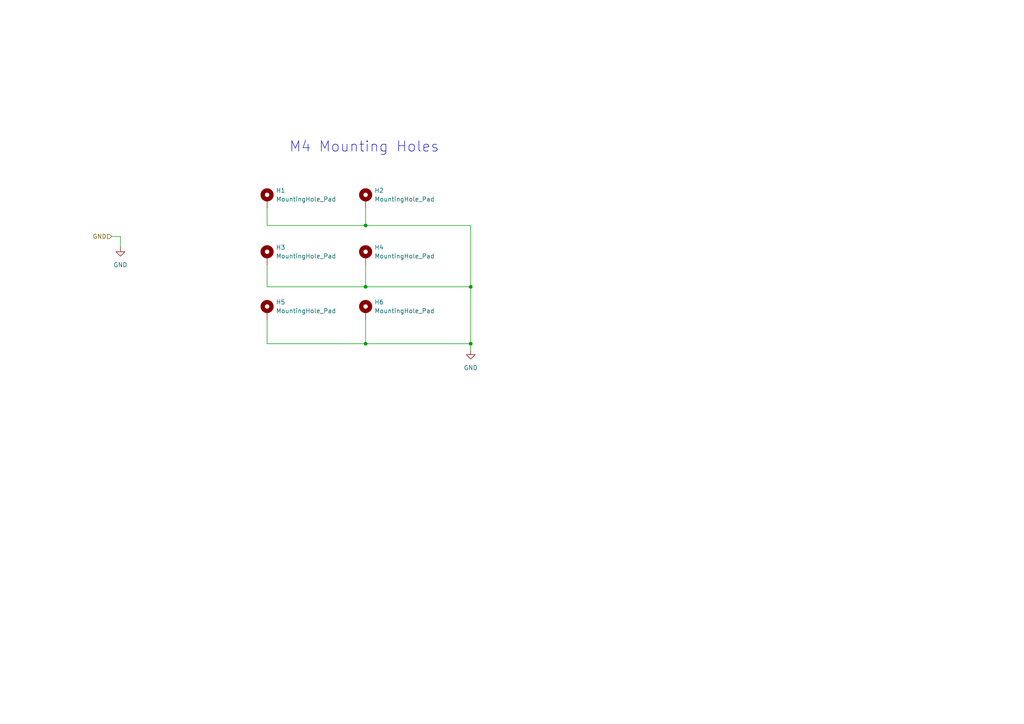
<source format=kicad_sch>
(kicad_sch (version 20230121) (generator eeschema)
  (paper "A4")
  (lib_symbols
    (symbol "Mechanical:MountingHole_Pad" (pin_numbers hide) (pin_names (offset 1.016) hide)
      (property "Reference" "H" (at 0 6.35 0))
      (property "Value" "MountingHole_Pad" (at 0 4.445 0))
      (symbol "MountingHole_Pad_0_1"
        (circle (center 0 1.27) (radius 1.27) (stroke (width 1.27)))
      )
      (symbol "MountingHole_Pad_1_1"
        (pin input line (at 0 -2.54 90) (length 2.54) (name "1") (number "1"))
      )
    )
    (symbol "power:GND" (power) (pin_names (offset 0))
      (property "Value" "GND" (at 0 -3.81 0))
      (symbol "GND_0_1"
        (polyline (pts (xy 0 0) (xy 0 -1.27) (xy 1.27 -1.27) (xy 0 -2.54) (xy -1.27 -1.27) (xy 0 -1.27)))
      )
      (symbol "GND_1_1"
        (pin power_in line (at 0 0 270) (length 0) hide (name "GND") (number "1"))
      )
    )
  )
  (junction (at 106.045 65.405))
  (junction (at 136.525 83.185))
  (junction (at 136.525 99.695))
  (junction (at 106.045 83.185))
  (junction (at 106.045 99.695))
  (wire (pts (xy 77.47 99.695) (xy 106.045 99.695)))
  (wire (pts (xy 106.045 76.835) (xy 106.045 83.185)))
  (wire (pts (xy 32.385 68.58) (xy 34.925 68.58)))
  (wire (pts (xy 106.045 60.325) (xy 106.045 65.405)))
  (wire (pts (xy 34.925 68.58) (xy 34.925 71.755)))
  (wire (pts (xy 77.47 99.695) (xy 77.47 92.71)))
  (wire (pts (xy 77.47 83.185) (xy 106.045 83.185)))
  (wire (pts (xy 106.045 99.695) (xy 136.525 99.695)))
  (wire (pts (xy 106.045 92.71) (xy 106.045 99.695)))
  (wire (pts (xy 77.47 60.325) (xy 77.47 65.405)))
  (wire (pts (xy 136.525 83.185) (xy 136.525 99.695)))
  (wire (pts (xy 77.47 76.835) (xy 77.47 83.185)))
  (wire (pts (xy 106.045 83.185) (xy 136.525 83.185)))
  (wire (pts (xy 77.47 65.405) (xy 106.045 65.405)))
  (wire (pts (xy 106.045 65.405) (xy 136.525 65.405)))
  (wire (pts (xy 136.525 101.6) (xy 136.525 99.695)))
  (wire (pts (xy 136.525 65.405) (xy 136.525 83.185)))
  (text "M4 Mounting Holes" (at 83.82 44.45 0) (effects (font (size 3 3)) (justify left bottom)))
  (hierarchical_label "GND" (shape input) (at 32.385 68.58 180))
  (symbol (lib_id "power:GND") (at 136.525 101.6 0) (unit 1)
    (property "Reference" "#PWR054" (effects hide))
    (property "Value" "GND" (at 136.525 106.68 0))
  )
  (symbol (lib_id "Mechanical:MountingHole_Pad") (at 77.47 57.785 0) (unit 1)
    (property "Reference" "H1" (at 80.01 55.245 0) (effects (justify left)))
    (property "Value" "MountingHole_Pad" (at 80.01 57.785 0) (effects (justify left)))
    (property "Footprint" "MountingHole:MountingHole_4.3mm_M4_DIN965_Pad_TopBottom" (effects hide))
  )
  (symbol (lib_id "Mechanical:MountingHole_Pad") (at 77.47 74.295 0) (unit 1)
    (property "Reference" "H3" (at 80.01 71.755 0) (effects (justify left)))
    (property "Value" "MountingHole_Pad" (at 80.01 74.295 0) (effects (justify left)))
    (property "Footprint" "MountingHole:MountingHole_4.3mm_M4_DIN965_Pad_TopBottom" (effects hide))
  )
  (symbol (lib_id "Mechanical:MountingHole_Pad") (at 106.045 57.785 0) (unit 1)
    (property "Reference" "H2" (at 108.585 55.245 0) (effects (justify left)))
    (property "Value" "MountingHole_Pad" (at 108.585 57.785 0) (effects (justify left)))
    (property "Footprint" "MountingHole:MountingHole_4.3mm_M4_DIN965_Pad_TopBottom" (effects hide))
  )
  (symbol (lib_id "Mechanical:MountingHole_Pad") (at 106.045 90.17 0) (unit 1)
    (property "Reference" "H6" (at 108.585 87.63 0) (effects (justify left)))
    (property "Value" "MountingHole_Pad" (at 108.585 90.17 0) (effects (justify left)))
    (property "Footprint" "MountingHole:MountingHole_4.3mm_M4_DIN965_Pad_TopBottom" (effects hide))
  )
  (symbol (lib_id "power:GND") (at 34.925 71.755 0) (unit 1)
    (property "Reference" "#PWR053" (effects hide))
    (property "Value" "GND" (at 34.925 76.835 0))
  )
  (symbol (lib_id "Mechanical:MountingHole_Pad") (at 106.045 74.295 0) (unit 1)
    (property "Reference" "H4" (at 108.585 71.755 0) (effects (justify left)))
    (property "Value" "MountingHole_Pad" (at 108.585 74.295 0) (effects (justify left)))
    (property "Footprint" "MountingHole:MountingHole_4.3mm_M4_DIN965_Pad_TopBottom" (effects hide))
  )
  (symbol (lib_id "Mechanical:MountingHole_Pad") (at 77.47 90.17 0) (unit 1)
    (property "Reference" "H5" (at 80.01 87.63 0) (effects (justify left)))
    (property "Value" "MountingHole_Pad" (at 80.01 90.17 0) (effects (justify left)))
    (property "Footprint" "MountingHole:MountingHole_4.3mm_M4_DIN965_Pad_TopBottom" (effects hide))
  )
)
</source>
